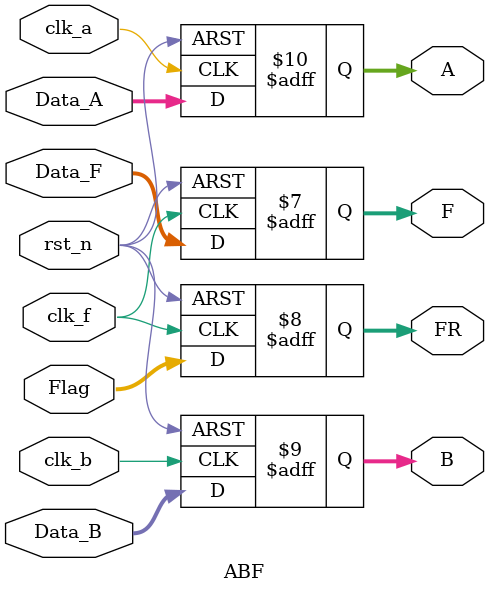
<source format=v>
`timescale 1ns / 1ps


module ABF(
    input rst_n,
    input clk_a,
    input clk_b,
    input clk_f,
    input [3:0] Flag, 
    input [31:0]Data_A,
    input [31:0]Data_B,
    input [31:0]Data_F,
    output reg [31:0]A,
    output reg [31:0]B,
    output reg [31:0]F,
    output reg [3:0]FR
    );
    always @(negedge rst_n or posedge clk_a)
        begin
            if(!rst_n)
                A <= 32'b0;
            else
                A <= Data_A;
        end 
     always @(negedge rst_n or posedge clk_b)
        begin
            if(!rst_n)
                B <= 32'b0;
            else
                B <= Data_B;
        end
       always @(negedge rst_n or posedge clk_f)
        begin
            if(!rst_n)
                begin
                    FR <= 4'b0;
                    F <= 32'b0;
                 end   
            else
                begin
                    F <= Data_F;
                    FR <= Flag;
                end    
        end 
endmodule


</source>
